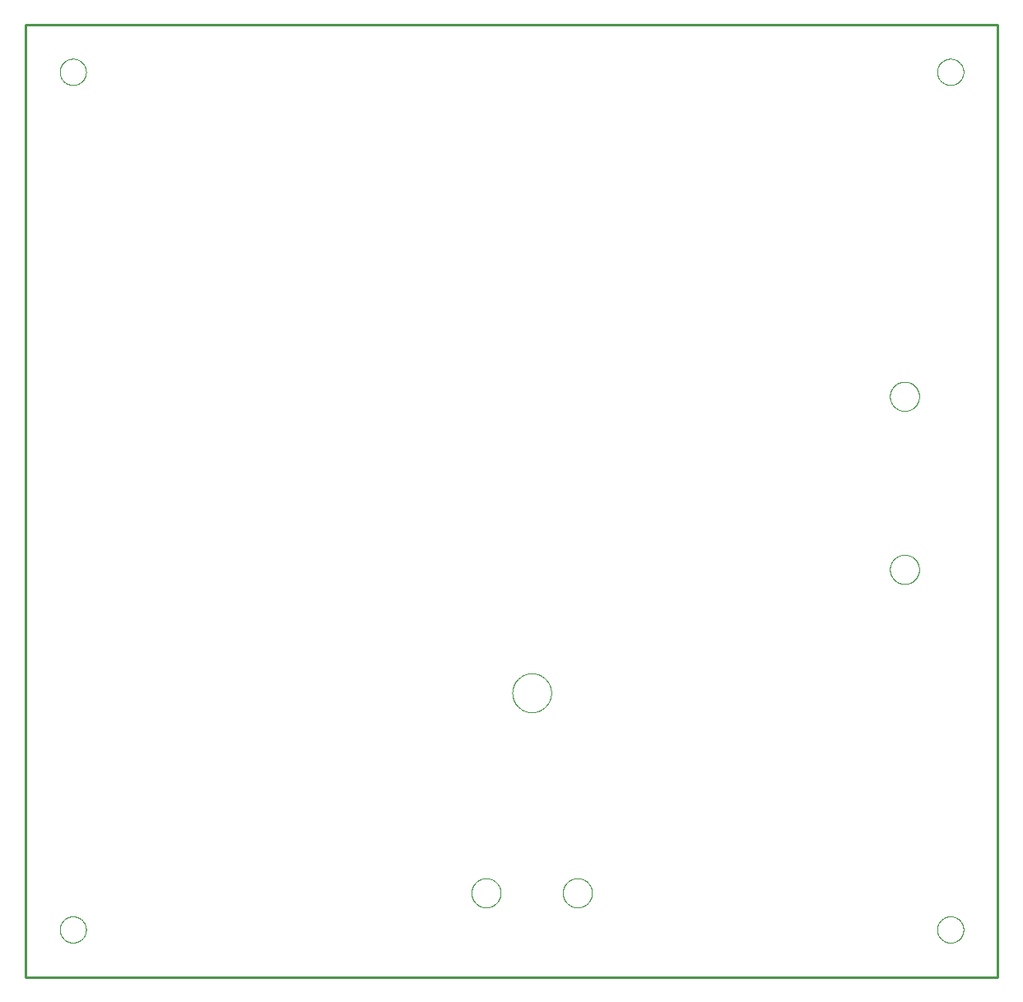
<source format=gko>
G04 EAGLE Gerber RS-274X export*
G75*
%MOMM*%
%FSLAX34Y34*%
%LPD*%
%INBoard Outline*%
%IPPOS*%
%AMOC8*
5,1,8,0,0,1.08239X$1,22.5*%
G01*
G04 Define Apertures*
%ADD10C,0.152400*%
%ADD11C,0.000000*%
%ADD12C,0.254000*%
D10*
X1000000Y0D02*
X1000000Y979300D01*
X0Y979300D01*
X0Y0D01*
X1000000Y0D01*
D11*
X552700Y86400D02*
X552705Y86768D01*
X552718Y87136D01*
X552741Y87503D01*
X552772Y87870D01*
X552813Y88236D01*
X552862Y88601D01*
X552921Y88964D01*
X552988Y89326D01*
X553064Y89687D01*
X553150Y90045D01*
X553243Y90401D01*
X553346Y90754D01*
X553457Y91105D01*
X553577Y91453D01*
X553705Y91798D01*
X553842Y92140D01*
X553987Y92479D01*
X554140Y92813D01*
X554302Y93144D01*
X554471Y93471D01*
X554649Y93793D01*
X554834Y94112D01*
X555027Y94425D01*
X555228Y94734D01*
X555436Y95037D01*
X555652Y95335D01*
X555875Y95628D01*
X556105Y95916D01*
X556342Y96198D01*
X556586Y96473D01*
X556836Y96743D01*
X557093Y97007D01*
X557357Y97264D01*
X557627Y97514D01*
X557902Y97758D01*
X558184Y97995D01*
X558472Y98225D01*
X558765Y98448D01*
X559063Y98664D01*
X559366Y98872D01*
X559675Y99073D01*
X559988Y99266D01*
X560307Y99451D01*
X560629Y99629D01*
X560956Y99798D01*
X561287Y99960D01*
X561621Y100113D01*
X561960Y100258D01*
X562302Y100395D01*
X562647Y100523D01*
X562995Y100643D01*
X563346Y100754D01*
X563699Y100857D01*
X564055Y100950D01*
X564413Y101036D01*
X564774Y101112D01*
X565136Y101179D01*
X565499Y101238D01*
X565864Y101287D01*
X566230Y101328D01*
X566597Y101359D01*
X566964Y101382D01*
X567332Y101395D01*
X567700Y101400D01*
X568068Y101395D01*
X568436Y101382D01*
X568803Y101359D01*
X569170Y101328D01*
X569536Y101287D01*
X569901Y101238D01*
X570264Y101179D01*
X570626Y101112D01*
X570987Y101036D01*
X571345Y100950D01*
X571701Y100857D01*
X572054Y100754D01*
X572405Y100643D01*
X572753Y100523D01*
X573098Y100395D01*
X573440Y100258D01*
X573779Y100113D01*
X574113Y99960D01*
X574444Y99798D01*
X574771Y99629D01*
X575093Y99451D01*
X575412Y99266D01*
X575725Y99073D01*
X576034Y98872D01*
X576337Y98664D01*
X576635Y98448D01*
X576928Y98225D01*
X577216Y97995D01*
X577498Y97758D01*
X577773Y97514D01*
X578043Y97264D01*
X578307Y97007D01*
X578564Y96743D01*
X578814Y96473D01*
X579058Y96198D01*
X579295Y95916D01*
X579525Y95628D01*
X579748Y95335D01*
X579964Y95037D01*
X580172Y94734D01*
X580373Y94425D01*
X580566Y94112D01*
X580751Y93793D01*
X580929Y93471D01*
X581098Y93144D01*
X581260Y92813D01*
X581413Y92479D01*
X581558Y92140D01*
X581695Y91798D01*
X581823Y91453D01*
X581943Y91105D01*
X582054Y90754D01*
X582157Y90401D01*
X582250Y90045D01*
X582336Y89687D01*
X582412Y89326D01*
X582479Y88964D01*
X582538Y88601D01*
X582587Y88236D01*
X582628Y87870D01*
X582659Y87503D01*
X582682Y87136D01*
X582695Y86768D01*
X582700Y86400D01*
X582695Y86032D01*
X582682Y85664D01*
X582659Y85297D01*
X582628Y84930D01*
X582587Y84564D01*
X582538Y84199D01*
X582479Y83836D01*
X582412Y83474D01*
X582336Y83113D01*
X582250Y82755D01*
X582157Y82399D01*
X582054Y82046D01*
X581943Y81695D01*
X581823Y81347D01*
X581695Y81002D01*
X581558Y80660D01*
X581413Y80321D01*
X581260Y79987D01*
X581098Y79656D01*
X580929Y79329D01*
X580751Y79007D01*
X580566Y78688D01*
X580373Y78375D01*
X580172Y78066D01*
X579964Y77763D01*
X579748Y77465D01*
X579525Y77172D01*
X579295Y76884D01*
X579058Y76602D01*
X578814Y76327D01*
X578564Y76057D01*
X578307Y75793D01*
X578043Y75536D01*
X577773Y75286D01*
X577498Y75042D01*
X577216Y74805D01*
X576928Y74575D01*
X576635Y74352D01*
X576337Y74136D01*
X576034Y73928D01*
X575725Y73727D01*
X575412Y73534D01*
X575093Y73349D01*
X574771Y73171D01*
X574444Y73002D01*
X574113Y72840D01*
X573779Y72687D01*
X573440Y72542D01*
X573098Y72405D01*
X572753Y72277D01*
X572405Y72157D01*
X572054Y72046D01*
X571701Y71943D01*
X571345Y71850D01*
X570987Y71764D01*
X570626Y71688D01*
X570264Y71621D01*
X569901Y71562D01*
X569536Y71513D01*
X569170Y71472D01*
X568803Y71441D01*
X568436Y71418D01*
X568068Y71405D01*
X567700Y71400D01*
X567332Y71405D01*
X566964Y71418D01*
X566597Y71441D01*
X566230Y71472D01*
X565864Y71513D01*
X565499Y71562D01*
X565136Y71621D01*
X564774Y71688D01*
X564413Y71764D01*
X564055Y71850D01*
X563699Y71943D01*
X563346Y72046D01*
X562995Y72157D01*
X562647Y72277D01*
X562302Y72405D01*
X561960Y72542D01*
X561621Y72687D01*
X561287Y72840D01*
X560956Y73002D01*
X560629Y73171D01*
X560307Y73349D01*
X559988Y73534D01*
X559675Y73727D01*
X559366Y73928D01*
X559063Y74136D01*
X558765Y74352D01*
X558472Y74575D01*
X558184Y74805D01*
X557902Y75042D01*
X557627Y75286D01*
X557357Y75536D01*
X557093Y75793D01*
X556836Y76057D01*
X556586Y76327D01*
X556342Y76602D01*
X556105Y76884D01*
X555875Y77172D01*
X555652Y77465D01*
X555436Y77763D01*
X555228Y78066D01*
X555027Y78375D01*
X554834Y78688D01*
X554649Y79007D01*
X554471Y79329D01*
X554302Y79656D01*
X554140Y79987D01*
X553987Y80321D01*
X553842Y80660D01*
X553705Y81002D01*
X553577Y81347D01*
X553457Y81695D01*
X553346Y82046D01*
X553243Y82399D01*
X553150Y82755D01*
X553064Y83113D01*
X552988Y83474D01*
X552921Y83836D01*
X552862Y84199D01*
X552813Y84564D01*
X552772Y84930D01*
X552741Y85297D01*
X552718Y85664D01*
X552705Y86032D01*
X552700Y86400D01*
X458700Y86400D02*
X458705Y86768D01*
X458718Y87136D01*
X458741Y87503D01*
X458772Y87870D01*
X458813Y88236D01*
X458862Y88601D01*
X458921Y88964D01*
X458988Y89326D01*
X459064Y89687D01*
X459150Y90045D01*
X459243Y90401D01*
X459346Y90754D01*
X459457Y91105D01*
X459577Y91453D01*
X459705Y91798D01*
X459842Y92140D01*
X459987Y92479D01*
X460140Y92813D01*
X460302Y93144D01*
X460471Y93471D01*
X460649Y93793D01*
X460834Y94112D01*
X461027Y94425D01*
X461228Y94734D01*
X461436Y95037D01*
X461652Y95335D01*
X461875Y95628D01*
X462105Y95916D01*
X462342Y96198D01*
X462586Y96473D01*
X462836Y96743D01*
X463093Y97007D01*
X463357Y97264D01*
X463627Y97514D01*
X463902Y97758D01*
X464184Y97995D01*
X464472Y98225D01*
X464765Y98448D01*
X465063Y98664D01*
X465366Y98872D01*
X465675Y99073D01*
X465988Y99266D01*
X466307Y99451D01*
X466629Y99629D01*
X466956Y99798D01*
X467287Y99960D01*
X467621Y100113D01*
X467960Y100258D01*
X468302Y100395D01*
X468647Y100523D01*
X468995Y100643D01*
X469346Y100754D01*
X469699Y100857D01*
X470055Y100950D01*
X470413Y101036D01*
X470774Y101112D01*
X471136Y101179D01*
X471499Y101238D01*
X471864Y101287D01*
X472230Y101328D01*
X472597Y101359D01*
X472964Y101382D01*
X473332Y101395D01*
X473700Y101400D01*
X474068Y101395D01*
X474436Y101382D01*
X474803Y101359D01*
X475170Y101328D01*
X475536Y101287D01*
X475901Y101238D01*
X476264Y101179D01*
X476626Y101112D01*
X476987Y101036D01*
X477345Y100950D01*
X477701Y100857D01*
X478054Y100754D01*
X478405Y100643D01*
X478753Y100523D01*
X479098Y100395D01*
X479440Y100258D01*
X479779Y100113D01*
X480113Y99960D01*
X480444Y99798D01*
X480771Y99629D01*
X481093Y99451D01*
X481412Y99266D01*
X481725Y99073D01*
X482034Y98872D01*
X482337Y98664D01*
X482635Y98448D01*
X482928Y98225D01*
X483216Y97995D01*
X483498Y97758D01*
X483773Y97514D01*
X484043Y97264D01*
X484307Y97007D01*
X484564Y96743D01*
X484814Y96473D01*
X485058Y96198D01*
X485295Y95916D01*
X485525Y95628D01*
X485748Y95335D01*
X485964Y95037D01*
X486172Y94734D01*
X486373Y94425D01*
X486566Y94112D01*
X486751Y93793D01*
X486929Y93471D01*
X487098Y93144D01*
X487260Y92813D01*
X487413Y92479D01*
X487558Y92140D01*
X487695Y91798D01*
X487823Y91453D01*
X487943Y91105D01*
X488054Y90754D01*
X488157Y90401D01*
X488250Y90045D01*
X488336Y89687D01*
X488412Y89326D01*
X488479Y88964D01*
X488538Y88601D01*
X488587Y88236D01*
X488628Y87870D01*
X488659Y87503D01*
X488682Y87136D01*
X488695Y86768D01*
X488700Y86400D01*
X488695Y86032D01*
X488682Y85664D01*
X488659Y85297D01*
X488628Y84930D01*
X488587Y84564D01*
X488538Y84199D01*
X488479Y83836D01*
X488412Y83474D01*
X488336Y83113D01*
X488250Y82755D01*
X488157Y82399D01*
X488054Y82046D01*
X487943Y81695D01*
X487823Y81347D01*
X487695Y81002D01*
X487558Y80660D01*
X487413Y80321D01*
X487260Y79987D01*
X487098Y79656D01*
X486929Y79329D01*
X486751Y79007D01*
X486566Y78688D01*
X486373Y78375D01*
X486172Y78066D01*
X485964Y77763D01*
X485748Y77465D01*
X485525Y77172D01*
X485295Y76884D01*
X485058Y76602D01*
X484814Y76327D01*
X484564Y76057D01*
X484307Y75793D01*
X484043Y75536D01*
X483773Y75286D01*
X483498Y75042D01*
X483216Y74805D01*
X482928Y74575D01*
X482635Y74352D01*
X482337Y74136D01*
X482034Y73928D01*
X481725Y73727D01*
X481412Y73534D01*
X481093Y73349D01*
X480771Y73171D01*
X480444Y73002D01*
X480113Y72840D01*
X479779Y72687D01*
X479440Y72542D01*
X479098Y72405D01*
X478753Y72277D01*
X478405Y72157D01*
X478054Y72046D01*
X477701Y71943D01*
X477345Y71850D01*
X476987Y71764D01*
X476626Y71688D01*
X476264Y71621D01*
X475901Y71562D01*
X475536Y71513D01*
X475170Y71472D01*
X474803Y71441D01*
X474436Y71418D01*
X474068Y71405D01*
X473700Y71400D01*
X473332Y71405D01*
X472964Y71418D01*
X472597Y71441D01*
X472230Y71472D01*
X471864Y71513D01*
X471499Y71562D01*
X471136Y71621D01*
X470774Y71688D01*
X470413Y71764D01*
X470055Y71850D01*
X469699Y71943D01*
X469346Y72046D01*
X468995Y72157D01*
X468647Y72277D01*
X468302Y72405D01*
X467960Y72542D01*
X467621Y72687D01*
X467287Y72840D01*
X466956Y73002D01*
X466629Y73171D01*
X466307Y73349D01*
X465988Y73534D01*
X465675Y73727D01*
X465366Y73928D01*
X465063Y74136D01*
X464765Y74352D01*
X464472Y74575D01*
X464184Y74805D01*
X463902Y75042D01*
X463627Y75286D01*
X463357Y75536D01*
X463093Y75793D01*
X462836Y76057D01*
X462586Y76327D01*
X462342Y76602D01*
X462105Y76884D01*
X461875Y77172D01*
X461652Y77465D01*
X461436Y77763D01*
X461228Y78066D01*
X461027Y78375D01*
X460834Y78688D01*
X460649Y79007D01*
X460471Y79329D01*
X460302Y79656D01*
X460140Y79987D01*
X459987Y80321D01*
X459842Y80660D01*
X459705Y81002D01*
X459577Y81347D01*
X459457Y81695D01*
X459346Y82046D01*
X459243Y82399D01*
X459150Y82755D01*
X459064Y83113D01*
X458988Y83474D01*
X458921Y83836D01*
X458862Y84199D01*
X458813Y84564D01*
X458772Y84930D01*
X458741Y85297D01*
X458718Y85664D01*
X458705Y86032D01*
X458700Y86400D01*
X35172Y48672D02*
X35176Y49003D01*
X35188Y49334D01*
X35209Y49665D01*
X35237Y49995D01*
X35274Y50325D01*
X35318Y50653D01*
X35371Y50980D01*
X35431Y51306D01*
X35500Y51630D01*
X35577Y51952D01*
X35661Y52273D01*
X35753Y52591D01*
X35853Y52907D01*
X35961Y53220D01*
X36077Y53531D01*
X36200Y53838D01*
X36330Y54143D01*
X36468Y54444D01*
X36613Y54742D01*
X36766Y55036D01*
X36926Y55326D01*
X37093Y55612D01*
X37266Y55894D01*
X37447Y56172D01*
X37635Y56445D01*
X37829Y56714D01*
X38029Y56978D01*
X38236Y57236D01*
X38450Y57490D01*
X38669Y57738D01*
X38895Y57981D01*
X39126Y58218D01*
X39363Y58449D01*
X39606Y58675D01*
X39854Y58894D01*
X40108Y59108D01*
X40366Y59315D01*
X40630Y59515D01*
X40899Y59709D01*
X41172Y59897D01*
X41450Y60078D01*
X41732Y60251D01*
X42018Y60418D01*
X42308Y60578D01*
X42602Y60731D01*
X42900Y60876D01*
X43201Y61014D01*
X43506Y61144D01*
X43813Y61267D01*
X44124Y61383D01*
X44437Y61491D01*
X44753Y61591D01*
X45071Y61683D01*
X45392Y61767D01*
X45714Y61844D01*
X46038Y61913D01*
X46364Y61973D01*
X46691Y62026D01*
X47019Y62070D01*
X47349Y62107D01*
X47679Y62135D01*
X48010Y62156D01*
X48341Y62168D01*
X48672Y62172D01*
X49003Y62168D01*
X49334Y62156D01*
X49665Y62135D01*
X49995Y62107D01*
X50325Y62070D01*
X50653Y62026D01*
X50980Y61973D01*
X51306Y61913D01*
X51630Y61844D01*
X51952Y61767D01*
X52273Y61683D01*
X52591Y61591D01*
X52907Y61491D01*
X53220Y61383D01*
X53531Y61267D01*
X53838Y61144D01*
X54143Y61014D01*
X54444Y60876D01*
X54742Y60731D01*
X55036Y60578D01*
X55326Y60418D01*
X55612Y60251D01*
X55894Y60078D01*
X56172Y59897D01*
X56445Y59709D01*
X56714Y59515D01*
X56978Y59315D01*
X57236Y59108D01*
X57490Y58894D01*
X57738Y58675D01*
X57981Y58449D01*
X58218Y58218D01*
X58449Y57981D01*
X58675Y57738D01*
X58894Y57490D01*
X59108Y57236D01*
X59315Y56978D01*
X59515Y56714D01*
X59709Y56445D01*
X59897Y56172D01*
X60078Y55894D01*
X60251Y55612D01*
X60418Y55326D01*
X60578Y55036D01*
X60731Y54742D01*
X60876Y54444D01*
X61014Y54143D01*
X61144Y53838D01*
X61267Y53531D01*
X61383Y53220D01*
X61491Y52907D01*
X61591Y52591D01*
X61683Y52273D01*
X61767Y51952D01*
X61844Y51630D01*
X61913Y51306D01*
X61973Y50980D01*
X62026Y50653D01*
X62070Y50325D01*
X62107Y49995D01*
X62135Y49665D01*
X62156Y49334D01*
X62168Y49003D01*
X62172Y48672D01*
X62168Y48341D01*
X62156Y48010D01*
X62135Y47679D01*
X62107Y47349D01*
X62070Y47019D01*
X62026Y46691D01*
X61973Y46364D01*
X61913Y46038D01*
X61844Y45714D01*
X61767Y45392D01*
X61683Y45071D01*
X61591Y44753D01*
X61491Y44437D01*
X61383Y44124D01*
X61267Y43813D01*
X61144Y43506D01*
X61014Y43201D01*
X60876Y42900D01*
X60731Y42602D01*
X60578Y42308D01*
X60418Y42018D01*
X60251Y41732D01*
X60078Y41450D01*
X59897Y41172D01*
X59709Y40899D01*
X59515Y40630D01*
X59315Y40366D01*
X59108Y40108D01*
X58894Y39854D01*
X58675Y39606D01*
X58449Y39363D01*
X58218Y39126D01*
X57981Y38895D01*
X57738Y38669D01*
X57490Y38450D01*
X57236Y38236D01*
X56978Y38029D01*
X56714Y37829D01*
X56445Y37635D01*
X56172Y37447D01*
X55894Y37266D01*
X55612Y37093D01*
X55326Y36926D01*
X55036Y36766D01*
X54742Y36613D01*
X54444Y36468D01*
X54143Y36330D01*
X53838Y36200D01*
X53531Y36077D01*
X53220Y35961D01*
X52907Y35853D01*
X52591Y35753D01*
X52273Y35661D01*
X51952Y35577D01*
X51630Y35500D01*
X51306Y35431D01*
X50980Y35371D01*
X50653Y35318D01*
X50325Y35274D01*
X49995Y35237D01*
X49665Y35209D01*
X49334Y35188D01*
X49003Y35176D01*
X48672Y35172D01*
X48341Y35176D01*
X48010Y35188D01*
X47679Y35209D01*
X47349Y35237D01*
X47019Y35274D01*
X46691Y35318D01*
X46364Y35371D01*
X46038Y35431D01*
X45714Y35500D01*
X45392Y35577D01*
X45071Y35661D01*
X44753Y35753D01*
X44437Y35853D01*
X44124Y35961D01*
X43813Y36077D01*
X43506Y36200D01*
X43201Y36330D01*
X42900Y36468D01*
X42602Y36613D01*
X42308Y36766D01*
X42018Y36926D01*
X41732Y37093D01*
X41450Y37266D01*
X41172Y37447D01*
X40899Y37635D01*
X40630Y37829D01*
X40366Y38029D01*
X40108Y38236D01*
X39854Y38450D01*
X39606Y38669D01*
X39363Y38895D01*
X39126Y39126D01*
X38895Y39363D01*
X38669Y39606D01*
X38450Y39854D01*
X38236Y40108D01*
X38029Y40366D01*
X37829Y40630D01*
X37635Y40899D01*
X37447Y41172D01*
X37266Y41450D01*
X37093Y41732D01*
X36926Y42018D01*
X36766Y42308D01*
X36613Y42602D01*
X36468Y42900D01*
X36330Y43201D01*
X36200Y43506D01*
X36077Y43813D01*
X35961Y44124D01*
X35853Y44437D01*
X35753Y44753D01*
X35661Y45071D01*
X35577Y45392D01*
X35500Y45714D01*
X35431Y46038D01*
X35371Y46364D01*
X35318Y46691D01*
X35274Y47019D01*
X35237Y47349D01*
X35209Y47679D01*
X35188Y48010D01*
X35176Y48341D01*
X35172Y48672D01*
X937828Y48672D02*
X937832Y49003D01*
X937844Y49334D01*
X937865Y49665D01*
X937893Y49995D01*
X937930Y50325D01*
X937974Y50653D01*
X938027Y50980D01*
X938087Y51306D01*
X938156Y51630D01*
X938233Y51952D01*
X938317Y52273D01*
X938409Y52591D01*
X938509Y52907D01*
X938617Y53220D01*
X938733Y53531D01*
X938856Y53838D01*
X938986Y54143D01*
X939124Y54444D01*
X939269Y54742D01*
X939422Y55036D01*
X939582Y55326D01*
X939749Y55612D01*
X939922Y55894D01*
X940103Y56172D01*
X940291Y56445D01*
X940485Y56714D01*
X940685Y56978D01*
X940892Y57236D01*
X941106Y57490D01*
X941325Y57738D01*
X941551Y57981D01*
X941782Y58218D01*
X942019Y58449D01*
X942262Y58675D01*
X942510Y58894D01*
X942764Y59108D01*
X943022Y59315D01*
X943286Y59515D01*
X943555Y59709D01*
X943828Y59897D01*
X944106Y60078D01*
X944388Y60251D01*
X944674Y60418D01*
X944964Y60578D01*
X945258Y60731D01*
X945556Y60876D01*
X945857Y61014D01*
X946162Y61144D01*
X946469Y61267D01*
X946780Y61383D01*
X947093Y61491D01*
X947409Y61591D01*
X947727Y61683D01*
X948048Y61767D01*
X948370Y61844D01*
X948694Y61913D01*
X949020Y61973D01*
X949347Y62026D01*
X949675Y62070D01*
X950005Y62107D01*
X950335Y62135D01*
X950666Y62156D01*
X950997Y62168D01*
X951328Y62172D01*
X951659Y62168D01*
X951990Y62156D01*
X952321Y62135D01*
X952651Y62107D01*
X952981Y62070D01*
X953309Y62026D01*
X953636Y61973D01*
X953962Y61913D01*
X954286Y61844D01*
X954608Y61767D01*
X954929Y61683D01*
X955247Y61591D01*
X955563Y61491D01*
X955876Y61383D01*
X956187Y61267D01*
X956494Y61144D01*
X956799Y61014D01*
X957100Y60876D01*
X957398Y60731D01*
X957692Y60578D01*
X957982Y60418D01*
X958268Y60251D01*
X958550Y60078D01*
X958828Y59897D01*
X959101Y59709D01*
X959370Y59515D01*
X959634Y59315D01*
X959892Y59108D01*
X960146Y58894D01*
X960394Y58675D01*
X960637Y58449D01*
X960874Y58218D01*
X961105Y57981D01*
X961331Y57738D01*
X961550Y57490D01*
X961764Y57236D01*
X961971Y56978D01*
X962171Y56714D01*
X962365Y56445D01*
X962553Y56172D01*
X962734Y55894D01*
X962907Y55612D01*
X963074Y55326D01*
X963234Y55036D01*
X963387Y54742D01*
X963532Y54444D01*
X963670Y54143D01*
X963800Y53838D01*
X963923Y53531D01*
X964039Y53220D01*
X964147Y52907D01*
X964247Y52591D01*
X964339Y52273D01*
X964423Y51952D01*
X964500Y51630D01*
X964569Y51306D01*
X964629Y50980D01*
X964682Y50653D01*
X964726Y50325D01*
X964763Y49995D01*
X964791Y49665D01*
X964812Y49334D01*
X964824Y49003D01*
X964828Y48672D01*
X964824Y48341D01*
X964812Y48010D01*
X964791Y47679D01*
X964763Y47349D01*
X964726Y47019D01*
X964682Y46691D01*
X964629Y46364D01*
X964569Y46038D01*
X964500Y45714D01*
X964423Y45392D01*
X964339Y45071D01*
X964247Y44753D01*
X964147Y44437D01*
X964039Y44124D01*
X963923Y43813D01*
X963800Y43506D01*
X963670Y43201D01*
X963532Y42900D01*
X963387Y42602D01*
X963234Y42308D01*
X963074Y42018D01*
X962907Y41732D01*
X962734Y41450D01*
X962553Y41172D01*
X962365Y40899D01*
X962171Y40630D01*
X961971Y40366D01*
X961764Y40108D01*
X961550Y39854D01*
X961331Y39606D01*
X961105Y39363D01*
X960874Y39126D01*
X960637Y38895D01*
X960394Y38669D01*
X960146Y38450D01*
X959892Y38236D01*
X959634Y38029D01*
X959370Y37829D01*
X959101Y37635D01*
X958828Y37447D01*
X958550Y37266D01*
X958268Y37093D01*
X957982Y36926D01*
X957692Y36766D01*
X957398Y36613D01*
X957100Y36468D01*
X956799Y36330D01*
X956494Y36200D01*
X956187Y36077D01*
X955876Y35961D01*
X955563Y35853D01*
X955247Y35753D01*
X954929Y35661D01*
X954608Y35577D01*
X954286Y35500D01*
X953962Y35431D01*
X953636Y35371D01*
X953309Y35318D01*
X952981Y35274D01*
X952651Y35237D01*
X952321Y35209D01*
X951990Y35188D01*
X951659Y35176D01*
X951328Y35172D01*
X950997Y35176D01*
X950666Y35188D01*
X950335Y35209D01*
X950005Y35237D01*
X949675Y35274D01*
X949347Y35318D01*
X949020Y35371D01*
X948694Y35431D01*
X948370Y35500D01*
X948048Y35577D01*
X947727Y35661D01*
X947409Y35753D01*
X947093Y35853D01*
X946780Y35961D01*
X946469Y36077D01*
X946162Y36200D01*
X945857Y36330D01*
X945556Y36468D01*
X945258Y36613D01*
X944964Y36766D01*
X944674Y36926D01*
X944388Y37093D01*
X944106Y37266D01*
X943828Y37447D01*
X943555Y37635D01*
X943286Y37829D01*
X943022Y38029D01*
X942764Y38236D01*
X942510Y38450D01*
X942262Y38669D01*
X942019Y38895D01*
X941782Y39126D01*
X941551Y39363D01*
X941325Y39606D01*
X941106Y39854D01*
X940892Y40108D01*
X940685Y40366D01*
X940485Y40630D01*
X940291Y40899D01*
X940103Y41172D01*
X939922Y41450D01*
X939749Y41732D01*
X939582Y42018D01*
X939422Y42308D01*
X939269Y42602D01*
X939124Y42900D01*
X938986Y43201D01*
X938856Y43506D01*
X938733Y43813D01*
X938617Y44124D01*
X938509Y44437D01*
X938409Y44753D01*
X938317Y45071D01*
X938233Y45392D01*
X938156Y45714D01*
X938087Y46038D01*
X938027Y46364D01*
X937974Y46691D01*
X937930Y47019D01*
X937893Y47349D01*
X937865Y47679D01*
X937844Y48010D01*
X937832Y48341D01*
X937828Y48672D01*
X937828Y930628D02*
X937832Y930959D01*
X937844Y931290D01*
X937865Y931621D01*
X937893Y931951D01*
X937930Y932281D01*
X937974Y932609D01*
X938027Y932936D01*
X938087Y933262D01*
X938156Y933586D01*
X938233Y933908D01*
X938317Y934229D01*
X938409Y934547D01*
X938509Y934863D01*
X938617Y935176D01*
X938733Y935487D01*
X938856Y935794D01*
X938986Y936099D01*
X939124Y936400D01*
X939269Y936698D01*
X939422Y936992D01*
X939582Y937282D01*
X939749Y937568D01*
X939922Y937850D01*
X940103Y938128D01*
X940291Y938401D01*
X940485Y938670D01*
X940685Y938934D01*
X940892Y939192D01*
X941106Y939446D01*
X941325Y939694D01*
X941551Y939937D01*
X941782Y940174D01*
X942019Y940405D01*
X942262Y940631D01*
X942510Y940850D01*
X942764Y941064D01*
X943022Y941271D01*
X943286Y941471D01*
X943555Y941665D01*
X943828Y941853D01*
X944106Y942034D01*
X944388Y942207D01*
X944674Y942374D01*
X944964Y942534D01*
X945258Y942687D01*
X945556Y942832D01*
X945857Y942970D01*
X946162Y943100D01*
X946469Y943223D01*
X946780Y943339D01*
X947093Y943447D01*
X947409Y943547D01*
X947727Y943639D01*
X948048Y943723D01*
X948370Y943800D01*
X948694Y943869D01*
X949020Y943929D01*
X949347Y943982D01*
X949675Y944026D01*
X950005Y944063D01*
X950335Y944091D01*
X950666Y944112D01*
X950997Y944124D01*
X951328Y944128D01*
X951659Y944124D01*
X951990Y944112D01*
X952321Y944091D01*
X952651Y944063D01*
X952981Y944026D01*
X953309Y943982D01*
X953636Y943929D01*
X953962Y943869D01*
X954286Y943800D01*
X954608Y943723D01*
X954929Y943639D01*
X955247Y943547D01*
X955563Y943447D01*
X955876Y943339D01*
X956187Y943223D01*
X956494Y943100D01*
X956799Y942970D01*
X957100Y942832D01*
X957398Y942687D01*
X957692Y942534D01*
X957982Y942374D01*
X958268Y942207D01*
X958550Y942034D01*
X958828Y941853D01*
X959101Y941665D01*
X959370Y941471D01*
X959634Y941271D01*
X959892Y941064D01*
X960146Y940850D01*
X960394Y940631D01*
X960637Y940405D01*
X960874Y940174D01*
X961105Y939937D01*
X961331Y939694D01*
X961550Y939446D01*
X961764Y939192D01*
X961971Y938934D01*
X962171Y938670D01*
X962365Y938401D01*
X962553Y938128D01*
X962734Y937850D01*
X962907Y937568D01*
X963074Y937282D01*
X963234Y936992D01*
X963387Y936698D01*
X963532Y936400D01*
X963670Y936099D01*
X963800Y935794D01*
X963923Y935487D01*
X964039Y935176D01*
X964147Y934863D01*
X964247Y934547D01*
X964339Y934229D01*
X964423Y933908D01*
X964500Y933586D01*
X964569Y933262D01*
X964629Y932936D01*
X964682Y932609D01*
X964726Y932281D01*
X964763Y931951D01*
X964791Y931621D01*
X964812Y931290D01*
X964824Y930959D01*
X964828Y930628D01*
X964824Y930297D01*
X964812Y929966D01*
X964791Y929635D01*
X964763Y929305D01*
X964726Y928975D01*
X964682Y928647D01*
X964629Y928320D01*
X964569Y927994D01*
X964500Y927670D01*
X964423Y927348D01*
X964339Y927027D01*
X964247Y926709D01*
X964147Y926393D01*
X964039Y926080D01*
X963923Y925769D01*
X963800Y925462D01*
X963670Y925157D01*
X963532Y924856D01*
X963387Y924558D01*
X963234Y924264D01*
X963074Y923974D01*
X962907Y923688D01*
X962734Y923406D01*
X962553Y923128D01*
X962365Y922855D01*
X962171Y922586D01*
X961971Y922322D01*
X961764Y922064D01*
X961550Y921810D01*
X961331Y921562D01*
X961105Y921319D01*
X960874Y921082D01*
X960637Y920851D01*
X960394Y920625D01*
X960146Y920406D01*
X959892Y920192D01*
X959634Y919985D01*
X959370Y919785D01*
X959101Y919591D01*
X958828Y919403D01*
X958550Y919222D01*
X958268Y919049D01*
X957982Y918882D01*
X957692Y918722D01*
X957398Y918569D01*
X957100Y918424D01*
X956799Y918286D01*
X956494Y918156D01*
X956187Y918033D01*
X955876Y917917D01*
X955563Y917809D01*
X955247Y917709D01*
X954929Y917617D01*
X954608Y917533D01*
X954286Y917456D01*
X953962Y917387D01*
X953636Y917327D01*
X953309Y917274D01*
X952981Y917230D01*
X952651Y917193D01*
X952321Y917165D01*
X951990Y917144D01*
X951659Y917132D01*
X951328Y917128D01*
X950997Y917132D01*
X950666Y917144D01*
X950335Y917165D01*
X950005Y917193D01*
X949675Y917230D01*
X949347Y917274D01*
X949020Y917327D01*
X948694Y917387D01*
X948370Y917456D01*
X948048Y917533D01*
X947727Y917617D01*
X947409Y917709D01*
X947093Y917809D01*
X946780Y917917D01*
X946469Y918033D01*
X946162Y918156D01*
X945857Y918286D01*
X945556Y918424D01*
X945258Y918569D01*
X944964Y918722D01*
X944674Y918882D01*
X944388Y919049D01*
X944106Y919222D01*
X943828Y919403D01*
X943555Y919591D01*
X943286Y919785D01*
X943022Y919985D01*
X942764Y920192D01*
X942510Y920406D01*
X942262Y920625D01*
X942019Y920851D01*
X941782Y921082D01*
X941551Y921319D01*
X941325Y921562D01*
X941106Y921810D01*
X940892Y922064D01*
X940685Y922322D01*
X940485Y922586D01*
X940291Y922855D01*
X940103Y923128D01*
X939922Y923406D01*
X939749Y923688D01*
X939582Y923974D01*
X939422Y924264D01*
X939269Y924558D01*
X939124Y924856D01*
X938986Y925157D01*
X938856Y925462D01*
X938733Y925769D01*
X938617Y926080D01*
X938509Y926393D01*
X938409Y926709D01*
X938317Y927027D01*
X938233Y927348D01*
X938156Y927670D01*
X938087Y927994D01*
X938027Y928320D01*
X937974Y928647D01*
X937930Y928975D01*
X937893Y929305D01*
X937865Y929635D01*
X937844Y929966D01*
X937832Y930297D01*
X937828Y930628D01*
X35172Y930628D02*
X35176Y930959D01*
X35188Y931290D01*
X35209Y931621D01*
X35237Y931951D01*
X35274Y932281D01*
X35318Y932609D01*
X35371Y932936D01*
X35431Y933262D01*
X35500Y933586D01*
X35577Y933908D01*
X35661Y934229D01*
X35753Y934547D01*
X35853Y934863D01*
X35961Y935176D01*
X36077Y935487D01*
X36200Y935794D01*
X36330Y936099D01*
X36468Y936400D01*
X36613Y936698D01*
X36766Y936992D01*
X36926Y937282D01*
X37093Y937568D01*
X37266Y937850D01*
X37447Y938128D01*
X37635Y938401D01*
X37829Y938670D01*
X38029Y938934D01*
X38236Y939192D01*
X38450Y939446D01*
X38669Y939694D01*
X38895Y939937D01*
X39126Y940174D01*
X39363Y940405D01*
X39606Y940631D01*
X39854Y940850D01*
X40108Y941064D01*
X40366Y941271D01*
X40630Y941471D01*
X40899Y941665D01*
X41172Y941853D01*
X41450Y942034D01*
X41732Y942207D01*
X42018Y942374D01*
X42308Y942534D01*
X42602Y942687D01*
X42900Y942832D01*
X43201Y942970D01*
X43506Y943100D01*
X43813Y943223D01*
X44124Y943339D01*
X44437Y943447D01*
X44753Y943547D01*
X45071Y943639D01*
X45392Y943723D01*
X45714Y943800D01*
X46038Y943869D01*
X46364Y943929D01*
X46691Y943982D01*
X47019Y944026D01*
X47349Y944063D01*
X47679Y944091D01*
X48010Y944112D01*
X48341Y944124D01*
X48672Y944128D01*
X49003Y944124D01*
X49334Y944112D01*
X49665Y944091D01*
X49995Y944063D01*
X50325Y944026D01*
X50653Y943982D01*
X50980Y943929D01*
X51306Y943869D01*
X51630Y943800D01*
X51952Y943723D01*
X52273Y943639D01*
X52591Y943547D01*
X52907Y943447D01*
X53220Y943339D01*
X53531Y943223D01*
X53838Y943100D01*
X54143Y942970D01*
X54444Y942832D01*
X54742Y942687D01*
X55036Y942534D01*
X55326Y942374D01*
X55612Y942207D01*
X55894Y942034D01*
X56172Y941853D01*
X56445Y941665D01*
X56714Y941471D01*
X56978Y941271D01*
X57236Y941064D01*
X57490Y940850D01*
X57738Y940631D01*
X57981Y940405D01*
X58218Y940174D01*
X58449Y939937D01*
X58675Y939694D01*
X58894Y939446D01*
X59108Y939192D01*
X59315Y938934D01*
X59515Y938670D01*
X59709Y938401D01*
X59897Y938128D01*
X60078Y937850D01*
X60251Y937568D01*
X60418Y937282D01*
X60578Y936992D01*
X60731Y936698D01*
X60876Y936400D01*
X61014Y936099D01*
X61144Y935794D01*
X61267Y935487D01*
X61383Y935176D01*
X61491Y934863D01*
X61591Y934547D01*
X61683Y934229D01*
X61767Y933908D01*
X61844Y933586D01*
X61913Y933262D01*
X61973Y932936D01*
X62026Y932609D01*
X62070Y932281D01*
X62107Y931951D01*
X62135Y931621D01*
X62156Y931290D01*
X62168Y930959D01*
X62172Y930628D01*
X62168Y930297D01*
X62156Y929966D01*
X62135Y929635D01*
X62107Y929305D01*
X62070Y928975D01*
X62026Y928647D01*
X61973Y928320D01*
X61913Y927994D01*
X61844Y927670D01*
X61767Y927348D01*
X61683Y927027D01*
X61591Y926709D01*
X61491Y926393D01*
X61383Y926080D01*
X61267Y925769D01*
X61144Y925462D01*
X61014Y925157D01*
X60876Y924856D01*
X60731Y924558D01*
X60578Y924264D01*
X60418Y923974D01*
X60251Y923688D01*
X60078Y923406D01*
X59897Y923128D01*
X59709Y922855D01*
X59515Y922586D01*
X59315Y922322D01*
X59108Y922064D01*
X58894Y921810D01*
X58675Y921562D01*
X58449Y921319D01*
X58218Y921082D01*
X57981Y920851D01*
X57738Y920625D01*
X57490Y920406D01*
X57236Y920192D01*
X56978Y919985D01*
X56714Y919785D01*
X56445Y919591D01*
X56172Y919403D01*
X55894Y919222D01*
X55612Y919049D01*
X55326Y918882D01*
X55036Y918722D01*
X54742Y918569D01*
X54444Y918424D01*
X54143Y918286D01*
X53838Y918156D01*
X53531Y918033D01*
X53220Y917917D01*
X52907Y917809D01*
X52591Y917709D01*
X52273Y917617D01*
X51952Y917533D01*
X51630Y917456D01*
X51306Y917387D01*
X50980Y917327D01*
X50653Y917274D01*
X50325Y917230D01*
X49995Y917193D01*
X49665Y917165D01*
X49334Y917144D01*
X49003Y917132D01*
X48672Y917128D01*
X48341Y917132D01*
X48010Y917144D01*
X47679Y917165D01*
X47349Y917193D01*
X47019Y917230D01*
X46691Y917274D01*
X46364Y917327D01*
X46038Y917387D01*
X45714Y917456D01*
X45392Y917533D01*
X45071Y917617D01*
X44753Y917709D01*
X44437Y917809D01*
X44124Y917917D01*
X43813Y918033D01*
X43506Y918156D01*
X43201Y918286D01*
X42900Y918424D01*
X42602Y918569D01*
X42308Y918722D01*
X42018Y918882D01*
X41732Y919049D01*
X41450Y919222D01*
X41172Y919403D01*
X40899Y919591D01*
X40630Y919785D01*
X40366Y919985D01*
X40108Y920192D01*
X39854Y920406D01*
X39606Y920625D01*
X39363Y920851D01*
X39126Y921082D01*
X38895Y921319D01*
X38669Y921562D01*
X38450Y921810D01*
X38236Y922064D01*
X38029Y922322D01*
X37829Y922586D01*
X37635Y922855D01*
X37447Y923128D01*
X37266Y923406D01*
X37093Y923688D01*
X36926Y923974D01*
X36766Y924264D01*
X36613Y924558D01*
X36468Y924856D01*
X36330Y925157D01*
X36200Y925462D01*
X36077Y925769D01*
X35961Y926080D01*
X35853Y926393D01*
X35753Y926709D01*
X35661Y927027D01*
X35577Y927348D01*
X35500Y927670D01*
X35431Y927994D01*
X35371Y928320D01*
X35318Y928647D01*
X35274Y928975D01*
X35237Y929305D01*
X35209Y929635D01*
X35188Y929966D01*
X35176Y930297D01*
X35172Y930628D01*
X500700Y292100D02*
X500706Y292591D01*
X500724Y293081D01*
X500754Y293571D01*
X500796Y294060D01*
X500850Y294548D01*
X500916Y295035D01*
X500994Y295519D01*
X501084Y296002D01*
X501186Y296482D01*
X501299Y296960D01*
X501424Y297434D01*
X501561Y297906D01*
X501709Y298374D01*
X501869Y298838D01*
X502040Y299298D01*
X502222Y299754D01*
X502416Y300205D01*
X502620Y300651D01*
X502836Y301092D01*
X503062Y301528D01*
X503298Y301958D01*
X503545Y302382D01*
X503803Y302800D01*
X504071Y303211D01*
X504348Y303616D01*
X504636Y304014D01*
X504933Y304405D01*
X505240Y304788D01*
X505556Y305163D01*
X505881Y305531D01*
X506215Y305891D01*
X506558Y306242D01*
X506909Y306585D01*
X507269Y306919D01*
X507637Y307244D01*
X508012Y307560D01*
X508395Y307867D01*
X508786Y308164D01*
X509184Y308452D01*
X509589Y308729D01*
X510000Y308997D01*
X510418Y309255D01*
X510842Y309502D01*
X511272Y309738D01*
X511708Y309964D01*
X512149Y310180D01*
X512595Y310384D01*
X513046Y310578D01*
X513502Y310760D01*
X513962Y310931D01*
X514426Y311091D01*
X514894Y311239D01*
X515366Y311376D01*
X515840Y311501D01*
X516318Y311614D01*
X516798Y311716D01*
X517281Y311806D01*
X517765Y311884D01*
X518252Y311950D01*
X518740Y312004D01*
X519229Y312046D01*
X519719Y312076D01*
X520209Y312094D01*
X520700Y312100D01*
X521191Y312094D01*
X521681Y312076D01*
X522171Y312046D01*
X522660Y312004D01*
X523148Y311950D01*
X523635Y311884D01*
X524119Y311806D01*
X524602Y311716D01*
X525082Y311614D01*
X525560Y311501D01*
X526034Y311376D01*
X526506Y311239D01*
X526974Y311091D01*
X527438Y310931D01*
X527898Y310760D01*
X528354Y310578D01*
X528805Y310384D01*
X529251Y310180D01*
X529692Y309964D01*
X530128Y309738D01*
X530558Y309502D01*
X530982Y309255D01*
X531400Y308997D01*
X531811Y308729D01*
X532216Y308452D01*
X532614Y308164D01*
X533005Y307867D01*
X533388Y307560D01*
X533763Y307244D01*
X534131Y306919D01*
X534491Y306585D01*
X534842Y306242D01*
X535185Y305891D01*
X535519Y305531D01*
X535844Y305163D01*
X536160Y304788D01*
X536467Y304405D01*
X536764Y304014D01*
X537052Y303616D01*
X537329Y303211D01*
X537597Y302800D01*
X537855Y302382D01*
X538102Y301958D01*
X538338Y301528D01*
X538564Y301092D01*
X538780Y300651D01*
X538984Y300205D01*
X539178Y299754D01*
X539360Y299298D01*
X539531Y298838D01*
X539691Y298374D01*
X539839Y297906D01*
X539976Y297434D01*
X540101Y296960D01*
X540214Y296482D01*
X540316Y296002D01*
X540406Y295519D01*
X540484Y295035D01*
X540550Y294548D01*
X540604Y294060D01*
X540646Y293571D01*
X540676Y293081D01*
X540694Y292591D01*
X540700Y292100D01*
X540694Y291609D01*
X540676Y291119D01*
X540646Y290629D01*
X540604Y290140D01*
X540550Y289652D01*
X540484Y289165D01*
X540406Y288681D01*
X540316Y288198D01*
X540214Y287718D01*
X540101Y287240D01*
X539976Y286766D01*
X539839Y286294D01*
X539691Y285826D01*
X539531Y285362D01*
X539360Y284902D01*
X539178Y284446D01*
X538984Y283995D01*
X538780Y283549D01*
X538564Y283108D01*
X538338Y282672D01*
X538102Y282242D01*
X537855Y281818D01*
X537597Y281400D01*
X537329Y280989D01*
X537052Y280584D01*
X536764Y280186D01*
X536467Y279795D01*
X536160Y279412D01*
X535844Y279037D01*
X535519Y278669D01*
X535185Y278309D01*
X534842Y277958D01*
X534491Y277615D01*
X534131Y277281D01*
X533763Y276956D01*
X533388Y276640D01*
X533005Y276333D01*
X532614Y276036D01*
X532216Y275748D01*
X531811Y275471D01*
X531400Y275203D01*
X530982Y274945D01*
X530558Y274698D01*
X530128Y274462D01*
X529692Y274236D01*
X529251Y274020D01*
X528805Y273816D01*
X528354Y273622D01*
X527898Y273440D01*
X527438Y273269D01*
X526974Y273109D01*
X526506Y272961D01*
X526034Y272824D01*
X525560Y272699D01*
X525082Y272586D01*
X524602Y272484D01*
X524119Y272394D01*
X523635Y272316D01*
X523148Y272250D01*
X522660Y272196D01*
X522171Y272154D01*
X521681Y272124D01*
X521191Y272106D01*
X520700Y272100D01*
X520209Y272106D01*
X519719Y272124D01*
X519229Y272154D01*
X518740Y272196D01*
X518252Y272250D01*
X517765Y272316D01*
X517281Y272394D01*
X516798Y272484D01*
X516318Y272586D01*
X515840Y272699D01*
X515366Y272824D01*
X514894Y272961D01*
X514426Y273109D01*
X513962Y273269D01*
X513502Y273440D01*
X513046Y273622D01*
X512595Y273816D01*
X512149Y274020D01*
X511708Y274236D01*
X511272Y274462D01*
X510842Y274698D01*
X510418Y274945D01*
X510000Y275203D01*
X509589Y275471D01*
X509184Y275748D01*
X508786Y276036D01*
X508395Y276333D01*
X508012Y276640D01*
X507637Y276956D01*
X507269Y277281D01*
X506909Y277615D01*
X506558Y277958D01*
X506215Y278309D01*
X505881Y278669D01*
X505556Y279037D01*
X505240Y279412D01*
X504933Y279795D01*
X504636Y280186D01*
X504348Y280584D01*
X504071Y280989D01*
X503803Y281400D01*
X503545Y281818D01*
X503298Y282242D01*
X503062Y282672D01*
X502836Y283108D01*
X502620Y283549D01*
X502416Y283995D01*
X502222Y284446D01*
X502040Y284902D01*
X501869Y285362D01*
X501709Y285826D01*
X501561Y286294D01*
X501424Y286766D01*
X501299Y287240D01*
X501186Y287718D01*
X501084Y288198D01*
X500994Y288681D01*
X500916Y289165D01*
X500850Y289652D01*
X500796Y290140D01*
X500754Y290629D01*
X500724Y291119D01*
X500706Y291609D01*
X500700Y292100D01*
X889200Y419000D02*
X889205Y419368D01*
X889218Y419736D01*
X889241Y420103D01*
X889272Y420470D01*
X889313Y420836D01*
X889362Y421201D01*
X889421Y421564D01*
X889488Y421926D01*
X889564Y422287D01*
X889650Y422645D01*
X889743Y423001D01*
X889846Y423354D01*
X889957Y423705D01*
X890077Y424053D01*
X890205Y424398D01*
X890342Y424740D01*
X890487Y425079D01*
X890640Y425413D01*
X890802Y425744D01*
X890971Y426071D01*
X891149Y426393D01*
X891334Y426712D01*
X891527Y427025D01*
X891728Y427334D01*
X891936Y427637D01*
X892152Y427935D01*
X892375Y428228D01*
X892605Y428516D01*
X892842Y428798D01*
X893086Y429073D01*
X893336Y429343D01*
X893593Y429607D01*
X893857Y429864D01*
X894127Y430114D01*
X894402Y430358D01*
X894684Y430595D01*
X894972Y430825D01*
X895265Y431048D01*
X895563Y431264D01*
X895866Y431472D01*
X896175Y431673D01*
X896488Y431866D01*
X896807Y432051D01*
X897129Y432229D01*
X897456Y432398D01*
X897787Y432560D01*
X898121Y432713D01*
X898460Y432858D01*
X898802Y432995D01*
X899147Y433123D01*
X899495Y433243D01*
X899846Y433354D01*
X900199Y433457D01*
X900555Y433550D01*
X900913Y433636D01*
X901274Y433712D01*
X901636Y433779D01*
X901999Y433838D01*
X902364Y433887D01*
X902730Y433928D01*
X903097Y433959D01*
X903464Y433982D01*
X903832Y433995D01*
X904200Y434000D01*
X904568Y433995D01*
X904936Y433982D01*
X905303Y433959D01*
X905670Y433928D01*
X906036Y433887D01*
X906401Y433838D01*
X906764Y433779D01*
X907126Y433712D01*
X907487Y433636D01*
X907845Y433550D01*
X908201Y433457D01*
X908554Y433354D01*
X908905Y433243D01*
X909253Y433123D01*
X909598Y432995D01*
X909940Y432858D01*
X910279Y432713D01*
X910613Y432560D01*
X910944Y432398D01*
X911271Y432229D01*
X911593Y432051D01*
X911912Y431866D01*
X912225Y431673D01*
X912534Y431472D01*
X912837Y431264D01*
X913135Y431048D01*
X913428Y430825D01*
X913716Y430595D01*
X913998Y430358D01*
X914273Y430114D01*
X914543Y429864D01*
X914807Y429607D01*
X915064Y429343D01*
X915314Y429073D01*
X915558Y428798D01*
X915795Y428516D01*
X916025Y428228D01*
X916248Y427935D01*
X916464Y427637D01*
X916672Y427334D01*
X916873Y427025D01*
X917066Y426712D01*
X917251Y426393D01*
X917429Y426071D01*
X917598Y425744D01*
X917760Y425413D01*
X917913Y425079D01*
X918058Y424740D01*
X918195Y424398D01*
X918323Y424053D01*
X918443Y423705D01*
X918554Y423354D01*
X918657Y423001D01*
X918750Y422645D01*
X918836Y422287D01*
X918912Y421926D01*
X918979Y421564D01*
X919038Y421201D01*
X919087Y420836D01*
X919128Y420470D01*
X919159Y420103D01*
X919182Y419736D01*
X919195Y419368D01*
X919200Y419000D01*
X919195Y418632D01*
X919182Y418264D01*
X919159Y417897D01*
X919128Y417530D01*
X919087Y417164D01*
X919038Y416799D01*
X918979Y416436D01*
X918912Y416074D01*
X918836Y415713D01*
X918750Y415355D01*
X918657Y414999D01*
X918554Y414646D01*
X918443Y414295D01*
X918323Y413947D01*
X918195Y413602D01*
X918058Y413260D01*
X917913Y412921D01*
X917760Y412587D01*
X917598Y412256D01*
X917429Y411929D01*
X917251Y411607D01*
X917066Y411288D01*
X916873Y410975D01*
X916672Y410666D01*
X916464Y410363D01*
X916248Y410065D01*
X916025Y409772D01*
X915795Y409484D01*
X915558Y409202D01*
X915314Y408927D01*
X915064Y408657D01*
X914807Y408393D01*
X914543Y408136D01*
X914273Y407886D01*
X913998Y407642D01*
X913716Y407405D01*
X913428Y407175D01*
X913135Y406952D01*
X912837Y406736D01*
X912534Y406528D01*
X912225Y406327D01*
X911912Y406134D01*
X911593Y405949D01*
X911271Y405771D01*
X910944Y405602D01*
X910613Y405440D01*
X910279Y405287D01*
X909940Y405142D01*
X909598Y405005D01*
X909253Y404877D01*
X908905Y404757D01*
X908554Y404646D01*
X908201Y404543D01*
X907845Y404450D01*
X907487Y404364D01*
X907126Y404288D01*
X906764Y404221D01*
X906401Y404162D01*
X906036Y404113D01*
X905670Y404072D01*
X905303Y404041D01*
X904936Y404018D01*
X904568Y404005D01*
X904200Y404000D01*
X903832Y404005D01*
X903464Y404018D01*
X903097Y404041D01*
X902730Y404072D01*
X902364Y404113D01*
X901999Y404162D01*
X901636Y404221D01*
X901274Y404288D01*
X900913Y404364D01*
X900555Y404450D01*
X900199Y404543D01*
X899846Y404646D01*
X899495Y404757D01*
X899147Y404877D01*
X898802Y405005D01*
X898460Y405142D01*
X898121Y405287D01*
X897787Y405440D01*
X897456Y405602D01*
X897129Y405771D01*
X896807Y405949D01*
X896488Y406134D01*
X896175Y406327D01*
X895866Y406528D01*
X895563Y406736D01*
X895265Y406952D01*
X894972Y407175D01*
X894684Y407405D01*
X894402Y407642D01*
X894127Y407886D01*
X893857Y408136D01*
X893593Y408393D01*
X893336Y408657D01*
X893086Y408927D01*
X892842Y409202D01*
X892605Y409484D01*
X892375Y409772D01*
X892152Y410065D01*
X891936Y410363D01*
X891728Y410666D01*
X891527Y410975D01*
X891334Y411288D01*
X891149Y411607D01*
X890971Y411929D01*
X890802Y412256D01*
X890640Y412587D01*
X890487Y412921D01*
X890342Y413260D01*
X890205Y413602D01*
X890077Y413947D01*
X889957Y414295D01*
X889846Y414646D01*
X889743Y414999D01*
X889650Y415355D01*
X889564Y415713D01*
X889488Y416074D01*
X889421Y416436D01*
X889362Y416799D01*
X889313Y417164D01*
X889272Y417530D01*
X889241Y417897D01*
X889218Y418264D01*
X889205Y418632D01*
X889200Y419000D01*
X889200Y597000D02*
X889205Y597368D01*
X889218Y597736D01*
X889241Y598103D01*
X889272Y598470D01*
X889313Y598836D01*
X889362Y599201D01*
X889421Y599564D01*
X889488Y599926D01*
X889564Y600287D01*
X889650Y600645D01*
X889743Y601001D01*
X889846Y601354D01*
X889957Y601705D01*
X890077Y602053D01*
X890205Y602398D01*
X890342Y602740D01*
X890487Y603079D01*
X890640Y603413D01*
X890802Y603744D01*
X890971Y604071D01*
X891149Y604393D01*
X891334Y604712D01*
X891527Y605025D01*
X891728Y605334D01*
X891936Y605637D01*
X892152Y605935D01*
X892375Y606228D01*
X892605Y606516D01*
X892842Y606798D01*
X893086Y607073D01*
X893336Y607343D01*
X893593Y607607D01*
X893857Y607864D01*
X894127Y608114D01*
X894402Y608358D01*
X894684Y608595D01*
X894972Y608825D01*
X895265Y609048D01*
X895563Y609264D01*
X895866Y609472D01*
X896175Y609673D01*
X896488Y609866D01*
X896807Y610051D01*
X897129Y610229D01*
X897456Y610398D01*
X897787Y610560D01*
X898121Y610713D01*
X898460Y610858D01*
X898802Y610995D01*
X899147Y611123D01*
X899495Y611243D01*
X899846Y611354D01*
X900199Y611457D01*
X900555Y611550D01*
X900913Y611636D01*
X901274Y611712D01*
X901636Y611779D01*
X901999Y611838D01*
X902364Y611887D01*
X902730Y611928D01*
X903097Y611959D01*
X903464Y611982D01*
X903832Y611995D01*
X904200Y612000D01*
X904568Y611995D01*
X904936Y611982D01*
X905303Y611959D01*
X905670Y611928D01*
X906036Y611887D01*
X906401Y611838D01*
X906764Y611779D01*
X907126Y611712D01*
X907487Y611636D01*
X907845Y611550D01*
X908201Y611457D01*
X908554Y611354D01*
X908905Y611243D01*
X909253Y611123D01*
X909598Y610995D01*
X909940Y610858D01*
X910279Y610713D01*
X910613Y610560D01*
X910944Y610398D01*
X911271Y610229D01*
X911593Y610051D01*
X911912Y609866D01*
X912225Y609673D01*
X912534Y609472D01*
X912837Y609264D01*
X913135Y609048D01*
X913428Y608825D01*
X913716Y608595D01*
X913998Y608358D01*
X914273Y608114D01*
X914543Y607864D01*
X914807Y607607D01*
X915064Y607343D01*
X915314Y607073D01*
X915558Y606798D01*
X915795Y606516D01*
X916025Y606228D01*
X916248Y605935D01*
X916464Y605637D01*
X916672Y605334D01*
X916873Y605025D01*
X917066Y604712D01*
X917251Y604393D01*
X917429Y604071D01*
X917598Y603744D01*
X917760Y603413D01*
X917913Y603079D01*
X918058Y602740D01*
X918195Y602398D01*
X918323Y602053D01*
X918443Y601705D01*
X918554Y601354D01*
X918657Y601001D01*
X918750Y600645D01*
X918836Y600287D01*
X918912Y599926D01*
X918979Y599564D01*
X919038Y599201D01*
X919087Y598836D01*
X919128Y598470D01*
X919159Y598103D01*
X919182Y597736D01*
X919195Y597368D01*
X919200Y597000D01*
X919195Y596632D01*
X919182Y596264D01*
X919159Y595897D01*
X919128Y595530D01*
X919087Y595164D01*
X919038Y594799D01*
X918979Y594436D01*
X918912Y594074D01*
X918836Y593713D01*
X918750Y593355D01*
X918657Y592999D01*
X918554Y592646D01*
X918443Y592295D01*
X918323Y591947D01*
X918195Y591602D01*
X918058Y591260D01*
X917913Y590921D01*
X917760Y590587D01*
X917598Y590256D01*
X917429Y589929D01*
X917251Y589607D01*
X917066Y589288D01*
X916873Y588975D01*
X916672Y588666D01*
X916464Y588363D01*
X916248Y588065D01*
X916025Y587772D01*
X915795Y587484D01*
X915558Y587202D01*
X915314Y586927D01*
X915064Y586657D01*
X914807Y586393D01*
X914543Y586136D01*
X914273Y585886D01*
X913998Y585642D01*
X913716Y585405D01*
X913428Y585175D01*
X913135Y584952D01*
X912837Y584736D01*
X912534Y584528D01*
X912225Y584327D01*
X911912Y584134D01*
X911593Y583949D01*
X911271Y583771D01*
X910944Y583602D01*
X910613Y583440D01*
X910279Y583287D01*
X909940Y583142D01*
X909598Y583005D01*
X909253Y582877D01*
X908905Y582757D01*
X908554Y582646D01*
X908201Y582543D01*
X907845Y582450D01*
X907487Y582364D01*
X907126Y582288D01*
X906764Y582221D01*
X906401Y582162D01*
X906036Y582113D01*
X905670Y582072D01*
X905303Y582041D01*
X904936Y582018D01*
X904568Y582005D01*
X904200Y582000D01*
X903832Y582005D01*
X903464Y582018D01*
X903097Y582041D01*
X902730Y582072D01*
X902364Y582113D01*
X901999Y582162D01*
X901636Y582221D01*
X901274Y582288D01*
X900913Y582364D01*
X900555Y582450D01*
X900199Y582543D01*
X899846Y582646D01*
X899495Y582757D01*
X899147Y582877D01*
X898802Y583005D01*
X898460Y583142D01*
X898121Y583287D01*
X897787Y583440D01*
X897456Y583602D01*
X897129Y583771D01*
X896807Y583949D01*
X896488Y584134D01*
X896175Y584327D01*
X895866Y584528D01*
X895563Y584736D01*
X895265Y584952D01*
X894972Y585175D01*
X894684Y585405D01*
X894402Y585642D01*
X894127Y585886D01*
X893857Y586136D01*
X893593Y586393D01*
X893336Y586657D01*
X893086Y586927D01*
X892842Y587202D01*
X892605Y587484D01*
X892375Y587772D01*
X892152Y588065D01*
X891936Y588363D01*
X891728Y588666D01*
X891527Y588975D01*
X891334Y589288D01*
X891149Y589607D01*
X890971Y589929D01*
X890802Y590256D01*
X890640Y590587D01*
X890487Y590921D01*
X890342Y591260D01*
X890205Y591602D01*
X890077Y591947D01*
X889957Y592295D01*
X889846Y592646D01*
X889743Y592999D01*
X889650Y593355D01*
X889564Y593713D01*
X889488Y594074D01*
X889421Y594436D01*
X889362Y594799D01*
X889313Y595164D01*
X889272Y595530D01*
X889241Y595897D01*
X889218Y596264D01*
X889205Y596632D01*
X889200Y597000D01*
D12*
X0Y0D02*
X1000000Y0D01*
X1000000Y979300D01*
X0Y979300D01*
X0Y0D01*
M02*

</source>
